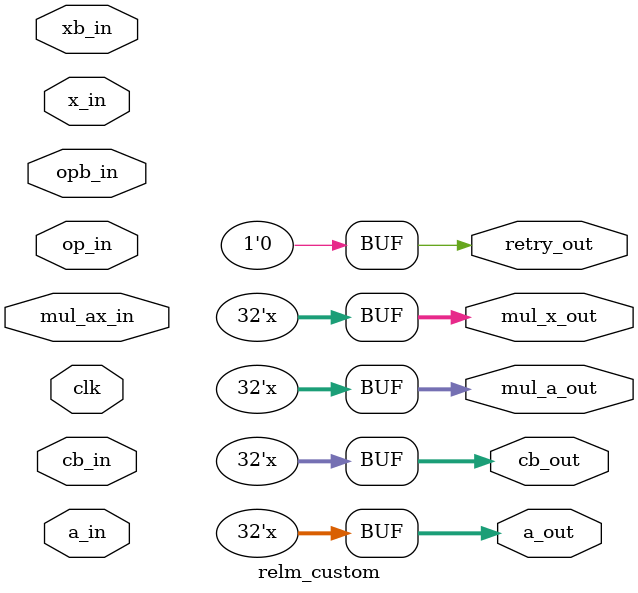
<source format=v>
module relm_custom(clk, op_in, a_in, cb_in, x_in, xb_in, opb_in, mul_ax_in, mul_a_out, mul_x_out, a_out, cb_out, retry_out);
	parameter WD = 32;
	parameter WOP = 5;
	parameter WC = 0;
	input clk;
	input [WOP-1:0] op_in;
	input [WD-1:0] a_in;
	input [WC+WD-1:0] cb_in;
	input [WD-1:0] x_in;
	input [WD-1:0] xb_in;
	input opb_in;
	input [WD*2-1:0] mul_ax_in;
	output [WD-1:0] mul_a_out;
	assign mul_a_out = {WD{1'bx}};
	output [WD-1:0] mul_x_out;
	assign mul_x_out = {WD{1'bx}};
	output [WD-1:0] a_out;
	assign a_out = {WD{1'bx}};
	output [WC+WD-1:0] cb_out;
	assign cb_out = {WC+WD{1'bx}};
	output retry_out;
	assign retry_out = 0;
endmodule

</source>
